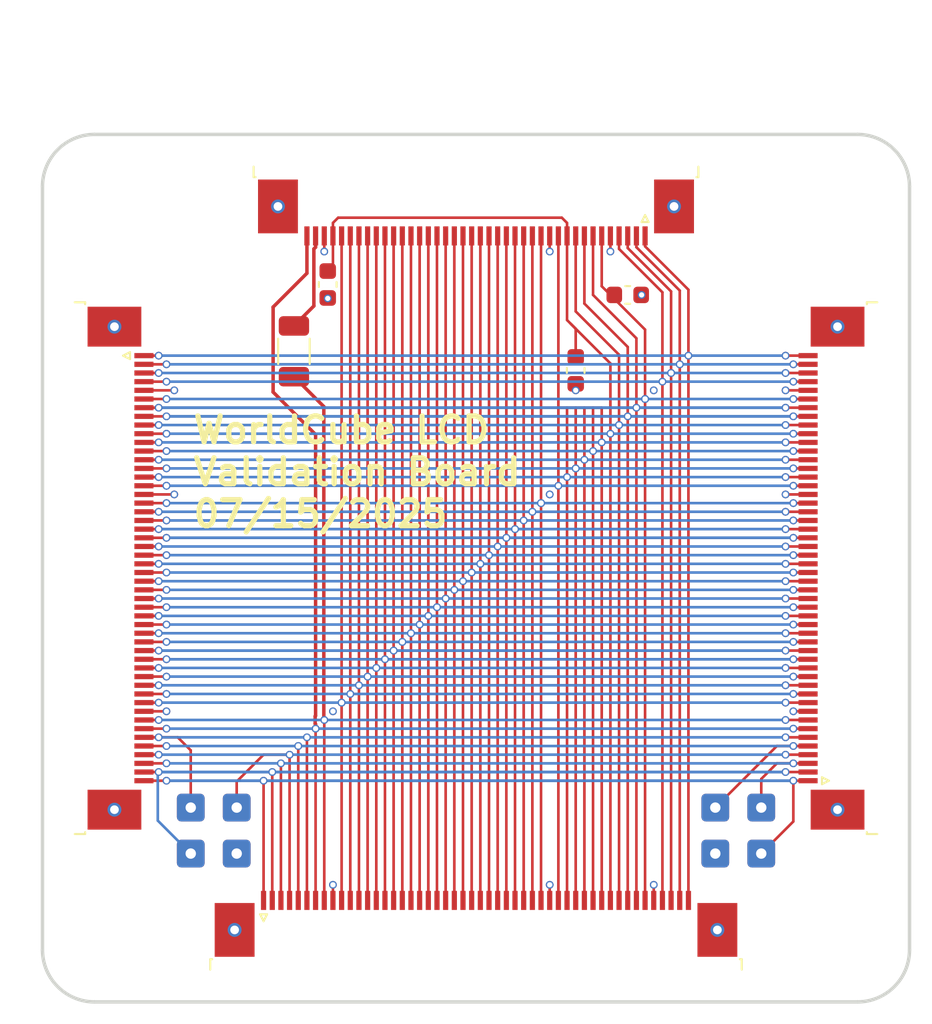
<source format=kicad_pcb>
(kicad_pcb (version 20241229) (generator "pcbnew") (generator_version "9.0")
  (layers (0 "F.Cu" signal) (4 "In1.Cu" signal) (6 "In2.Cu" signal) (2 "B.Cu" signal) (13 "F.Paste" user) (15 "B.Paste" user) (5 "F.SilkS" user "F.Silkscreen") (7 "B.SilkS" user "B.Silkscreen") (1 "F.Mask" user) (3 "B.Mask" user) (25 "Edge.Cuts" user))
  (net 0 "")
  (net 1 "LCD_D18")
  (net 2 "LCD_D14")
  (net 3 "Net-(J1-Pin_39)")
  (net 4 "GND")
  (net 5 "LCD_D19")
  (net 6 "LCD_D13")
  (net 7 "LCD_D1")
  (net 8 "LCD_VSYNC")
  (net 9 "LCD_~{RST}")
  (net 10 "LCD_VCC")
  (net 11 "LCD_D8")
  (net 12 "LCD_D3")
  (net 13 "LCD_BL_N")
  (net 14 "LCD_D11")
  (net 15 "LCD_DE")
  (net 16 "LCD_D7")
  (net 17 "LCD_IOVCC")
  (net 18 "LCD_D9")
  (net 19 "LCD_D6")
  (net 20 "LCD_D5")
  (net 21 "LCD_D20")
  (net 22 "LCD_D23")
  (net 23 "LCD_SDA")
  (net 24 "LCD_D21")
  (net 25 "LCD_D22")
  (net 26 "LCD_D2")
  (net 27 "LCD_D10")
  (net 28 "LCD_PCLK")
  (net 29 "LCD_HSYNC")
  (net 30 "LCD_D4")
  (net 31 "LCD_D12")
  (net 32 "LCD_~{CS}")
  (net 33 "LCD_D16")
  (net 34 "LCD_D17")
  (net 35 "LCD_D15")
  (net 36 "LCD_SCL")
  (net 37 "LCD_D0")
  (net 38 "Net-(J2-Pin_47)")
  (net 39 "Net-(J2-Pin_48)")
  (net 40 "Net-(J2-Pin_49)")
  (net 41 "Net-(J2-Pin_50)")
  (net 42 "Net-(J2-Pin_46)")
  (net 43 "LCD_BL_P")
  (net 44 "Net-(J10-Pin_1)")
  (footprint "Connector_FFC-FPC:TE_4-1734839-0_1x40-1MP_P0.5mm_Horizontal" (layer "F.Cu") (at 25 4.5 180)
    (property "Reference" "J1" (hide yes))
    (property "Value" "LCD")
  )
  (footprint "Capacitor_SMD:C_0603_1608Metric" (layer "F.Cu") (at 33.75 9.25)
    (property "Reference" "C3" (hide yes))
    (property "Value" "1uF" (hide yes))
  )
  (footprint "Capacitor_SMD:C_0603_1608Metric" (layer "F.Cu") (at 16.45 8.65 -90)
    (property "Reference" "C1" (hide yes))
    (property "Value" "1uF" (hide yes))
  )
  (footprint "Resistor_SMD:R_1206_3216Metric" (layer "F.Cu") (at 14.5 12.5 -90)
    (property "Reference" "R1" (hide yes))
    (property "Value" "100" (hide yes))
  )
  (footprint "Connector_Wire:SolderWire-0.1sqmm_1x01_D0.4mm_OD1mm" (layer "F.Cu") (at 41.45 38.8)
    (property "Reference" "J7" (hide yes))
    (property "Value" "Conn_01x01" (hide yes))
  )
  (footprint "MountingHole:MountingHole_3.2mm_M3" (layer "F.Cu") (at 46.65 3.35)
    (property "Reference" "H1" (hide yes))
    (property "Value" "MountingHole" (hide yes))
  )
  (footprint "Connector_Wire:SolderWire-0.1sqmm_1x01_D0.4mm_OD1mm" (layer "F.Cu") (at 38.8 41.45)
    (property "Reference" "J12" (hide yes))
    (property "Value" "Conn_01x01" (hide yes))
  )
  (footprint "Connector_FFC-FPC:TE_5-1734839-0_1x50-1MP_P0.5mm_Horizontal" (layer "F.Cu") (at 4.5 25 -90)
    (property "Reference" "J2" (hide yes))
    (property "Value" "FPC_50Pin")
  )
  (footprint "Connector_Wire:SolderWire-0.1sqmm_1x01_D0.4mm_OD1mm" (layer "F.Cu") (at 11.2 41.45)
    (property "Reference" "J11" (hide yes))
    (property "Value" "Conn_01x01" (hide yes))
  )
  (footprint "Connector_FFC-FPC:TE_5-1734839-0_1x50-1MP_P0.5mm_Horizontal" (layer "F.Cu") (at 45.5 25 90)
    (property "Reference" "J4" (hide yes))
    (property "Value" "FPC_50Pin")
  )
  (footprint "Connector_FFC-FPC:TE_5-1734839-0_1x50-1MP_P0.5mm_Horizontal" (layer "F.Cu") (at 25 45.5)
    (property "Reference" "J3" (hide yes))
    (property "Value" "FPC_50Pin")
  )
  (footprint "Capacitor_SMD:C_0603_1608Metric" (layer "F.Cu") (at 30.75 13.6 -90)
    (property "Reference" "C2" (hide yes))
    (property "Value" "1uF" (hide yes))
  )
  (footprint "MountingHole:MountingHole_3.2mm_M3" (layer "F.Cu") (at 46.65 46.65)
    (property "Reference" "H4" (hide yes))
    (property "Value" "MountingHole" (hide yes))
  )
  (footprint "Connector_Wire:SolderWire-0.1sqmm_1x01_D0.4mm_OD1mm" (layer "F.Cu") (at 41.45 41.45)
    (property "Reference" "J5" (hide yes))
    (property "Value" "Conn_01x01" (hide yes))
  )
  (footprint "Connector_Wire:SolderWire-0.1sqmm_1x01_D0.4mm_OD1mm" (layer "F.Cu") (at 8.55 38.8)
    (property "Reference" "J10" (hide yes))
    (property "Value" "Conn_01x01" (hide yes))
  )
  (footprint "MountingHole:MountingHole_3.2mm_M3" (layer "F.Cu") (at 3.35 46.65)
    (property "Reference" "H3" (hide yes))
    (property "Value" "MountingHole" (hide yes))
  )
  (footprint "Connector_Wire:SolderWire-0.1sqmm_1x01_D0.4mm_OD1mm" (layer "F.Cu") (at 8.55 41.45)
    (property "Reference" "J6" (hide yes))
    (property "Value" "Conn_01x01" (hide yes))
  )
  (footprint "MountingHole:MountingHole_3.2mm_M3" (layer "F.Cu") (at 3.35 3.35)
    (property "Reference" "H2" (hide yes))
    (property "Value" "MountingHole" (hide yes))
  )
  (footprint "Connector_Wire:SolderWire-0.1sqmm_1x01_D0.4mm_OD1mm" (layer "F.Cu") (at 38.8 38.8)
    (property "Reference" "J9" (hide yes))
    (property "Value" "Conn_01x01" (hide yes))
  )
  (footprint "Connector_Wire:SolderWire-0.1sqmm_1x01_D0.4mm_OD1mm" (layer "F.Cu") (at 11.2 38.8)
    (property "Reference" "J8" (hide yes))
    (property "Value" "Conn_01x01" (hide yes))
  )
  (gr_arc (start 0 3) (mid 0.87868 0.87868) (end 3 0) (stroke (width 0.2)) (layer "Edge.Cuts"))
  (gr_line (start 50 3) (end 50 47) (stroke (width 0.2)) (layer "Edge.Cuts"))
  (gr_arc (start 3 50) (mid 0.87868 49.12132) (end 0 47) (stroke (width 0.2)) (layer "Edge.Cuts"))
  (gr_line (start 0 47) (end 0 3) (stroke (width 0.2)) (layer "Edge.Cuts"))
  (gr_arc (start 50 47) (mid 49.12132 49.12132) (end 47 50) (stroke (width 0.2)) (layer "Edge.Cuts"))
  (gr_line (start 47 50) (end 3 50) (stroke (width 0.2)) (layer "Edge.Cuts"))
  (gr_arc (start 47 0) (mid 49.12132 0.87868) (end 50 3) (stroke (width 0.2)) (layer "Edge.Cuts"))
  (gr_line (start 3 0) (end 47 0) (stroke (width 0.2)) (layer "Edge.Cuts"))
  (gr_text "WorldCube LCD\nValidation Board\n07/15/2025" (at 8.55 22.75 0) (layer "F.SilkS") (effects (font (size 1.5 1.5) (thickness 0.3) (bold yes)) (justify left bottom)))
  (segment (start 44.15 23.75) (end 43.05 23.75) (width 0.15) (layer "F.Cu") (net 1))
  (segment (start 43.05 23.75) (end 42.85 23.75) (width 0.15) (layer "F.Cu") (net 1))
  (segment (start 5.85 23.75) (end 6.7 23.75) (width 0.15) (layer "F.Cu") (net 1))
  (segment (start 26.25 23.75) (end 26.25 5.85) (width 0.15) (layer "F.Cu") (net 1))
  (segment (start 26.25 23.75) (end 26.25 44.15) (width 0.15) (layer "F.Cu") (net 1))
  (via (at 6.7 23.75) (size 0.45) (drill 0.3) (layers "F.Cu" "B.Cu") (net 1))
  (via (at 26.25 23.75) (size 0.45) (drill 0.3) (layers "F.Cu" "B.Cu") (net 1))
  (via (at 42.85 23.75) (size 0.45) (drill 0.3) (layers "F.Cu" "B.Cu") (net 1))
  (segment (start 6.7 23.75) (end 42.85 23.75) (width 0.15) (layer "B.Cu") (net 1))
  (segment (start 24.25 25.75) (end 24.25 5.85) (width 0.15) (layer "F.Cu") (net 2))
  (segment (start 44.15 25.75) (end 43.05 25.75) (width 0.15) (layer "F.Cu") (net 2))
  (segment (start 24.25 25.75) (end 24.25 44.15) (width 0.15) (layer "F.Cu") (net 2))
  (segment (start 5.85 25.75) (end 6.7 25.75) (width 0.15) (layer "F.Cu") (net 2))
  (segment (start 43.05 25.75) (end 42.85 25.75) (width 0.15) (layer "F.Cu") (net 2))
  (via (at 42.85 25.75) (size 0.45) (drill 0.3) (layers "F.Cu" "B.Cu") (net 2))
  (via (at 24.25 25.75) (size 0.45) (drill 0.3) (layers "F.Cu" "B.Cu") (net 2))
  (via (at 6.7 25.75) (size 0.45) (drill 0.3) (layers "F.Cu" "B.Cu") (net 2))
  (segment (start 6.7 25.75) (end 42.85 25.75) (width 0.15) (layer "B.Cu") (net 2))
  (segment (start 15.75 5.85) (end 15.75 6.5) (width 0.2) (layer "F.Cu") (net 3))
  (segment (start 15.75 6.5) (end 15.65 6.6) (width 0.2) (layer "F.Cu") (net 3))
  (segment (start 15.65 9.8875) (end 14.5 11.0375) (width 0.2) (layer "F.Cu") (net 3))
  (segment (start 15.65 6.6) (end 15.65 9.8875) (width 0.2) (layer "F.Cu") (net 3))
  (segment (start 43.05 20.75) (end 42.85 20.75) (width 0.15) (layer "F.Cu") (net 4))
  (segment (start 44.15 33.25) (end 43.3 33.25) (width 0.15) (layer "F.Cu") (net 4))
  (segment (start 35.25 44.15) (end 35.3 44.1) (width 0.15) (layer "F.Cu") (net 4))
  (segment (start 29.25 44.15) (end 29.25 43.25) (width 0.15) (layer "F.Cu") (net 4))
  (segment (start 44.15 20.75) (end 43.05 20.75) (width 0.15) (layer "F.Cu") (net 4))
  (segment (start 29.25 5.85) (end 29.25 6.75) (width 0.15) (layer "F.Cu") (net 4))
  (segment (start 6.95 33.25) (end 7.15 33.25) (width 0.15) (layer "F.Cu") (net 4))
  (segment (start 5.85 33.25) (end 6.95 33.25) (width 0.15) (layer "F.Cu") (net 4))
  (segment (start 35.25 44.15) (end 35.25 43.25) (width 0.15) (layer "F.Cu") (net 4))
  (segment (start 16.75 44.15) (end 16.75 43.25) (width 0.15) (layer "F.Cu") (net 4))
  (segment (start 7.6 20.75) (end 5.85 20.75) (width 0.15) (layer "F.Cu") (net 4))
  (segment (start 44.15 14.75) (end 43.05 14.75) (width 0.15) (layer "F.Cu") (net 4))
  (segment (start 32.75 5.85) (end 32.75 6.75) (width 0.15) (layer "F.Cu") (net 4))
  (segment (start 43.05 14.75) (end 42.85 14.75) (width 0.15) (layer "F.Cu") (net 4))
  (segment (start 7.6 14.75) (end 5.85 14.75) (width 0.15) (layer "F.Cu") (net 4))
  (segment (start 16.25 5.85) (end 16.25 6.75) (width 0.15) (layer "F.Cu") (net 4))
  (via (at 38.92 45.85) (size 0.8) (drill 0.5) (layers "F.Cu" "B.Cu") (net 4))
  (via (at 42.85 20.75) (size 0.45) (drill 0.3) (layers "F.Cu" "B.Cu") (net 4))
  (via (at 45.85 38.92) (size 0.8) (drill 0.5) (layers "F.Cu" "B.Cu") (net 4))
  (via (at 4.15 38.92) (size 0.8) (drill 0.5) (layers "F.Cu" "B.Cu") (net 4))
  (via (at 13.58 4.15) (size 0.8) (drill 0.5) (layers "F.Cu" "B.Cu") (net 4))
  (via (at 42.85 14.75) (size 0.45) (drill 0.3) (layers "F.Cu" "B.Cu") (net 4))
  (via (at 29.25 6.75) (size 0.45) (drill 0.3) (layers "F.Cu" "B.Cu") (net 4))
  (via (at 29.25 20.75) (size 0.45) (drill 0.3) (layers "F.Cu" "B.Cu") (net 4))
  (via (at 7.6 20.75) (size 0.45) (drill 0.3) (layers "F.Cu" "B.Cu") (net 4))
  (via (at 34.55 9.25) (size 0.45) (drill 0.3) (layers "F.Cu" "B.Cu") (net 4))
  (via (at 43.3 33.25) (size 0.45) (drill 0.3) (layers "F.Cu" "B.Cu") (net 4))
  (via (at 30.75 14.75) (size 0.45) (drill 0.3) (layers "F.Cu" "B.Cu") (net 4))
  (via (at 45.85 11.08) (size 0.8) (drill 0.5) (layers "F.Cu" "B.Cu") (net 4))
  (via (at 16.75 33.25) (size 0.45) (drill 0.3) (layers "F.Cu" "B.Cu") (net 4))
  (via (at 16.75 43.25) (size 0.45) (drill 0.3) (layers "F.Cu" "B.Cu") (net 4))
  (via (at 35.25 43.25) (size 0.45) (drill 0.3) (layers "F.Cu" "B.Cu") (net 4))
  (via (at 7.15 33.25) (size 0.45) (drill 0.3) (layers "F.Cu" "B.Cu") (net 4))
  (via (at 36.42 4.15) (size 0.8) (drill 0.5) (layers "F.Cu" "B.Cu") (net 4))
  (via (at 16.45 9.45) (size 0.45) (drill 0.3) (layers "F.Cu" "B.Cu") (net 4))
  (via (at 4.15 11.08) (size 0.8) (drill 0.5) (layers "F.Cu" "B.Cu") (net 4))
  (via (at 16.25 6.75) (size 0.45) (drill 0.3) (layers "F.Cu" "B.Cu") (net 4))
  (via (at 11.08 45.85) (size 0.8) (drill 0.5) (layers "F.Cu" "B.Cu") (net 4))
  (via (at 35.25 14.75) (size 0.45) (drill 0.3) (layers "F.Cu" "B.Cu") (net 4))
  (via (at 7.6 14.75) (size 0.45) (drill 0.3) (layers "F.Cu" "B.Cu") (net 4))
  (via (at 32.75 6.75) (size 0.45) (drill 0.3) (layers "F.Cu" "B.Cu") (net 4))
  (via (at 29.25 43.25) (size 0.45) (drill 0.3) (layers "F.Cu" "B.Cu") (net 4))
  (segment (start 44.15 23.25) (end 43.3 23.25) (width 0.15) (layer "F.Cu") (net 5))
  (segment (start 26.75 23.25) (end 26.75 44.15) (width 0.15) (layer "F.Cu") (net 5))
  (segment (start 26.75 23.25) (end 26.75 5.85) (width 0.15) (layer "F.Cu") (net 5))
  (segment (start 6.95 23.25) (end 7.15 23.25) (width 0.15) (layer "F.Cu") (net 5))
  (segment (start 5.85 23.25) (end 6.95 23.25) (width 0.15) (layer "F.Cu") (net 5))
  (via (at 43.3 23.25) (size 0.45) (drill 0.3) (layers "F.Cu" "B.Cu") (net 5))
  (via (at 7.15 23.25) (size 0.45) (drill 0.3) (layers "F.Cu" "B.Cu") (net 5))
  (via (at 26.75 23.25) (size 0.45) (drill 0.3) (layers "F.Cu" "B.Cu") (net 5))
  (via (at 26.75 23.25) (size 0.45) (drill 0.3) (layers "F.Cu" "B.Cu") (net 5))
  (segment (start 43.3 23.25) (end 7.15 23.25) (width 0.15) (layer "B.Cu") (net 5))
  (segment (start 43.3 23.25) (end 7.15 23.25) (width 0.15) (layer "B.Cu") (net 5))
  (segment (start 5.85 26.25) (end 6.95 26.25) (width 0.15) (layer "F.Cu") (net 6))
  (segment (start 6.95 26.25) (end 7.15 26.25) (width 0.15) (layer "F.Cu") (net 6))
  (segment (start 44.15 26.25) (end 43.3 26.25) (width 0.15) (layer "F.Cu") (net 6))
  (segment (start 23.75 26.25) (end 23.75 44.15) (width 0.15) (layer "F.Cu") (net 6))
  (segment (start 23.75 26.25) (end 23.75 5.85) (width 0.15) (layer "F.Cu") (net 6))
  (via (at 7.15 26.25) (size 0.45) (drill 0.3) (layers "F.Cu" "B.Cu") (net 6))
  (via (at 43.3 26.25) (size 0.45) (drill 0.3) (layers "F.Cu" "B.Cu") (net 6))
  (via (at 23.75 26.25) (size 0.45) (drill 0.3) (layers "F.Cu" "B.Cu") (net 6))
  (segment (start 43.3 26.25) (end 7.15 26.25) (width 0.15) (layer "B.Cu") (net 6))
  (segment (start 17.75 32.25) (end 17.75 5.85) (width 0.15) (layer "F.Cu") (net 7))
  (segment (start 6.95 32.25) (end 7.15 32.25) (width 0.15) (layer "F.Cu") (net 7))
  (segment (start 44.15 32.25) (end 43.3 32.25) (width 0.15) (layer "F.Cu") (net 7))
  (segment (start 5.85 32.25) (end 6.95 32.25) (width 0.15) (layer "F.Cu") (net 7))
  (segment (start 17.75 32.25) (end 17.75 44.15) (width 0.15) (layer "F.Cu") (net 7))
  (via (at 7.15 32.25) (size 0.45) (drill 0.3) (layers "F.Cu" "B.Cu") (net 7))
  (via (at 43.3 32.25) (size 0.45) (drill 0.3) (layers "F.Cu" "B.Cu") (net 7))
  (via (at 17.75 32.25) (size 0.45) (drill 0.3) (layers "F.Cu" "B.Cu") (net 7))
  (segment (start 43.3 32.25) (end 7.15 32.25) (width 0.15) (layer "B.Cu") (net 7))
  (segment (start 6.95 16.25) (end 7.15 16.25) (width 0.15) (layer "F.Cu") (net 8))
  (segment (start 33.75 44.15) (end 33.75 16.25) (width 0.15) (layer "F.Cu") (net 8))
  (segment (start 31.25 9.749998) (end 31.25 5.85) (width 0.15) (layer "F.Cu") (net 8))
  (segment (start 44.15 16.25) (end 43.3 16.25) (width 0.15) (layer "F.Cu") (net 8))
  (segment (start 33.75 16.25) (end 33.75 12.249998) (width 0.15) (layer "F.Cu") (net 8))
  (segment (start 33.75 12.249998) (end 31.25 9.749998) (width 0.15) (layer "F.Cu") (net 8))
  (segment (start 5.85 16.25) (end 6.95 16.25) (width 0.15) (layer "F.Cu") (net 8))
  (via (at 33.75 16.25) (size 0.45) (drill 0.3) (layers "F.Cu" "B.Cu") (net 8))
  (via (at 7.15 16.25) (size 0.45) (drill 0.3) (layers "F.Cu" "B.Cu") (net 8))
  (via (at 43.3 16.25) (size 0.45) (drill 0.3) (layers "F.Cu" "B.Cu") (net 8))
  (segment (start 43.3 16.25) (end 7.15 16.25) (width 0.15) (layer "B.Cu") (net 8))
  (segment (start 43.3 16.25) (end 7.15 16.25) (width 0.15) (layer "B.Cu") (net 8))
  (segment (start 44.15 14.25) (end 43.3 14.25) (width 0.15) (layer "F.Cu") (net 9))
  (segment (start 6.95 14.25) (end 7.15 14.25) (width 0.15) (layer "F.Cu") (net 9))
  (segment (start 35.75 9.1) (end 35.75 14.25) (width 0.15) (layer "F.Cu") (net 9))
  (segment (start 33.25 5.85) (end 33.25 6.6) (width 0.15) (layer "F.Cu") (net 9))
  (segment (start 35.75 44.15) (end 35.75 14.25) (width 0.15) (layer "F.Cu") (net 9))
  (segment (start 33.25 6.6) (end 35.75 9.1) (width 0.15) (layer "F.Cu") (net 9))
  (segment (start 5.85 14.25) (end 6.95 14.25) (width 0.15) (layer "F.Cu") (net 9))
  (via (at 7.15 14.25) (size 0.45) (drill 0.3) (layers "F.Cu" "B.Cu") (net 9))
  (via (at 35.75 14.25) (size 0.45) (drill 0.3) (layers "F.Cu" "B.Cu") (net 9))
  (via (at 43.3 14.25) (size 0.45) (drill 0.3) (layers "F.Cu" "B.Cu") (net 9))
  (segment (start 43.3 14.25) (end 7.15 14.25) (width 0.15) (layer "B.Cu") (net 9))
  (segment (start 5.85 15.25) (end 6.95 15.25) (width 0.15) (layer "F.Cu") (net 10))
  (segment (start 44.15 15.25) (end 43.3 15.25) (width 0.15) (layer "F.Cu") (net 10))
  (segment (start 6.95 15.25) (end 7.15 15.25) (width 0.15) (layer "F.Cu") (net 10))
  (segment (start 34.75 44.15) (end 34.75 15.25) (width 0.15) (layer "F.Cu") (net 10))
  (segment (start 34.75 11.25) (end 34.75 15.25) (width 0.15) (layer "F.Cu") (net 10))
  (segment (start 32.25 5.85) (end 32.25 8.75) (width 0.15) (layer "F.Cu") (net 10))
  (segment (start 32.25 8.75) (end 34.75 11.25) (width 0.15) (layer "F.Cu") (net 10))
  (via (at 34.75 15.25) (size 0.45) (drill 0.3) (layers "F.Cu" "B.Cu") (net 10))
  (via (at 34.75 15.25) (size 0.45) (drill 0.3) (layers "F.Cu" "B.Cu") (net 10))
  (via (at 43.3 15.25) (size 0.45) (drill 0.3) (layers "F.Cu" "B.Cu") (net 10))
  (via (at 34.75 15.25) (size 0.45) (drill 0.3) (layers "F.Cu" "B.Cu") (net 10))
  (via (at 7.15 15.25) (size 0.45) (drill 0.3) (layers "F.Cu" "B.Cu") (net 10))
  (segment (start 43.3 15.25) (end 7.15 15.25) (width 0.15) (layer "B.Cu") (net 10))
  (segment (start 43.05 28.75) (end 42.85 28.75) (width 0.15) (layer "F.Cu") (net 11))
  (segment (start 21.25 28.75) (end 21.25 5.85) (width 0.15) (layer "F.Cu") (net 11))
  (segment (start 21.25 28.75) (end 21.25 44.15) (width 0.15) (layer "F.Cu") (net 11))
  (segment (start 44.15 28.75) (end 43.05 28.75) (width 0.15) (layer "F.Cu") (net 11))
  (segment (start 5.85 28.75) (end 6.7 28.75) (width 0.15) (layer "F.Cu") (net 11))
  (via (at 6.7 28.75) (size 0.45) (drill 0.3) (layers "F.Cu" "B.Cu") (net 11))
  (via (at 21.25 28.75) (size 0.45) (drill 0.3) (layers "F.Cu" "B.Cu") (net 11))
  (via (at 42.85 28.75) (size 0.45) (drill 0.3) (layers "F.Cu" "B.Cu") (net 11))
  (via (at 21.25 28.75) (size 0.45) (drill 0.3) (layers "F.Cu" "B.Cu") (net 11))
  (segment (start 6.7 28.75) (end 42.85 28.75) (width 0.15) (layer "B.Cu") (net 11))
  (segment (start 18.75 31.25) (end 18.75 44.15) (width 0.15) (layer "F.Cu") (net 12))
  (segment (start 18.75 5.85) (end 18.75 31.25) (width 0.15) (layer "F.Cu") (net 12))
  (segment (start 5.85 31.25) (end 6.95 31.25) (width 0.15) (layer "F.Cu") (net 12))
  (segment (start 44.15 31.25) (end 43.3 31.25) (width 0.15) (layer "F.Cu") (net 12))
  (segment (start 6.95 31.25) (end 7.15 31.25) (width 0.15) (layer "F.Cu") (net 12))
  (via (at 18.75 31.25) (size 0.45) (drill 0.3) (layers "F.Cu" "B.Cu") (net 12))
  (via (at 43.3 31.25) (size 0.45) (drill 0.3) (layers "F.Cu" "B.Cu") (net 12))
  (via (at 7.15 31.25) (size 0.45) (drill 0.3) (layers "F.Cu" "B.Cu") (net 12))
  (via (at 18.75 31.25) (size 0.45) (drill 0.3) (layers "F.Cu" "B.Cu") (net 12))
  (segment (start 43.3 31.25) (end 7.15 31.25) (width 0.15) (layer "B.Cu") (net 12))
  (segment (start 13.3 9.95) (end 13.3 14.85) (width 0.2) (layer "F.Cu") (net 13))
  (segment (start 15.75 17.3) (end 15.75 33.506123) (width 0.2) (layer "F.Cu") (net 13))
  (segment (start 15.724 33.532123) (end 15.724 33.967877) (width 0.2) (layer "F.Cu") (net 13))
  (segment (start 6.95 34.25) (end 7.15 34.25) (width 0.15) (layer "F.Cu") (net 13))
  (segment (start 15.75 34.25) (end 15.75 44.15) (width 0.15) (layer "F.Cu") (net 13))
  (segment (start 13.3 14.85) (end 15.75 17.3) (width 0.2) (layer "F.Cu") (net 13))
  (segment (start 15.724 33.967877) (end 15.75 33.993877) (width 0.2) (layer "F.Cu") (net 13))
  (segment (start 15.75 33.993877) (end 15.75 34.25) (width 0.2) (layer "F.Cu") (net 13))
  (segment (start 15.75 33.506123) (end 15.724 33.532123) (width 0.2) (layer "F.Cu") (net 13))
  (segment (start 15.25 8) (end 13.3 9.95) (width 0.2) (layer "F.Cu") (net 13))
  (segment (start 5.85 34.25) (end 6.95 34.25) (width 0.15) (layer "F.Cu") (net 13))
  (segment (start 15.25 5.85) (end 15.25 8) (width 0.2) (layer "F.Cu") (net 13))
  (segment (start 44.15 34.25) (end 43.3 34.25) (width 0.15) (layer "F.Cu") (net 13))
  (via (at 7.15 34.25) (size 0.45) (drill 0.3) (layers "F.Cu" "B.Cu") (net 13))
  (via (at 43.3 34.25) (size 0.45) (drill 0.3) (layers "F.Cu" "B.Cu") (net 13))
  (via (at 15.75 34.25) (size 0.45) (drill 0.3) (layers "F.Cu" "B.Cu") (net 13))
  (segment (start 43.3 34.25) (end 7.15 34.25) (width 0.15) (layer "B.Cu") (net 13))
  (segment (start 44.15 27.25) (end 43.3 27.25) (width 0.15) (layer "F.Cu") (net 14))
  (segment (start 22.75 27.25) (end 22.75 44.15) (width 0.15) (layer "F.Cu") (net 14))
  (segment (start 6.95 27.25) (end 7.15 27.25) (width 0.15) (layer "F.Cu") (net 14))
  (segment (start 22.75 27.25) (end 22.75 5.85) (width 0.15) (layer "F.Cu") (net 14))
  (segment (start 5.85 27.25) (end 6.95 27.25) (width 0.15) (layer "F.Cu") (net 14))
  (via (at 22.75 27.25) (size 0.45) (drill 0.3) (layers "F.Cu" "B.Cu") (net 14))
  (via (at 22.75 27.25) (size 0.45) (drill 0.3) (layers "F.Cu" "B.Cu") (net 14))
  (via (at 43.3 27.25) (size 0.45) (drill 0.3) (layers "F.Cu" "B.Cu") (net 14))
  (via (at 7.15 27.25) (size 0.45) (drill 0.3) (layers "F.Cu" "B.Cu") (net 14))
  (segment (start 43.3 27.25) (end 7.15 27.25) (width 0.15) (layer "B.Cu") (net 14))
  (segment (start 44.15 15.75) (end 43.05 15.75) (width 0.15) (layer "F.Cu") (net 15))
  (segment (start 31.75 5.85) (end 31.75 9.25) (width 0.15) (layer "F.Cu") (net 15))
  (segment (start 5.85 15.75) (end 6.7 15.75) (width 0.15) (layer "F.Cu") (net 15))
  (segment (start 31.75 9.25) (end 34.25 11.75) (width 0.15) (layer "F.Cu") (net 15))
  (segment (start 34.25 15.75) (end 34.25 44.15) (width 0.15) (layer "F.Cu") (net 15))
  (segment (start 43.05 15.75) (end 42.85 15.75) (width 0.15) (layer "F.Cu") (net 15))
  (segment (start 34.25 11.75) (end 34.25 15.75) (width 0.15) (layer "F.Cu") (net 15))
  (via (at 6.7 15.75) (size 0.45) (drill 0.3) (layers "F.Cu" "B.Cu") (net 15))
  (via (at 42.85 15.75) (size 0.45) (drill 0.3) (layers "F.Cu" "B.Cu") (net 15))
  (via (at 34.25 15.75) (size 0.45) (drill 0.3) (layers "F.Cu" "B.Cu") (net 15))
  (segment (start 6.7 15.75) (end 42.85 15.75) (width 0.15) (layer "B.Cu") (net 15))
  (segment (start 6.7 15.75) (end 42.85 15.75) (width 0.15) (layer "B.Cu") (net 15))
  (segment (start 5.85 29.25) (end 6.95 29.25) (width 0.15) (layer "F.Cu") (net 16))
  (segment (start 20.75 29.25) (end 20.75 5.85) (width 0.15) (layer "F.Cu") (net 16))
  (segment (start 20.75 29.25) (end 20.75 44.15) (width 0.15) (layer "F.Cu") (net 16))
  (segment (start 44.15 29.25) (end 43.3 29.25) (width 0.15) (layer "F.Cu") (net 16))
  (segment (start 6.95 29.25) (end 7.15 29.25) (width 0.15) (layer "F.Cu") (net 16))
  (via (at 7.15 29.25) (size 0.45) (drill 0.3) (layers "F.Cu" "B.Cu") (net 16))
  (via (at 20.75 29.25) (size 0.45) (drill 0.3) (layers "F.Cu" "B.Cu") (net 16))
  (via (at 43.3 29.25) (size 0.45) (drill 0.3) (layers "F.Cu" "B.Cu") (net 16))
  (via (at 20.75 29.25) (size 0.45) (drill 0.3) (layers "F.Cu" "B.Cu") (net 16))
  (segment (start 43.3 29.25) (end 7.15 29.25) (width 0.15) (layer "B.Cu") (net 16))
  (segment (start 16.75 5.098) (end 17.048 4.8) (width 0.15) (layer "F.Cu") (net 17))
  (segment (start 32.75 44.15) (end 32.75 17.25) (width 0.15) (layer "F.Cu") (net 17))
  (segment (start 30.475 10.925) (end 30.25 10.7) (width 0.15) (layer "F.Cu") (net 17))
  (segment (start 16.75 7.575) (end 16.45 7.875) (width 0.15) (layer "F.Cu") (net 17))
  (segment (start 16.75 5.85) (end 16.75 7.575) (width 0.15) (layer "F.Cu") (net 17))
  (segment (start 32.75 13.2) (end 30.475 10.925) (width 0.15) (layer "F.Cu") (net 17))
  (segment (start 5.85 17.25) (end 6.95 17.25) (width 0.15) (layer "F.Cu") (net 17))
  (segment (start 16.75 5.85) (end 16.75 5.098) (width 0.15) (layer "F.Cu") (net 17))
  (segment (start 44.15 17.25) (end 43.3 17.25) (width 0.15) (layer "F.Cu") (net 17))
  (segment (start 30.75 11.2) (end 30.475 10.925) (width 0.15) (layer "F.Cu") (net 17))
  (segment (start 30.25 10.7) (end 30.25 5.85) (width 0.15) (layer "F.Cu") (net 17))
  (segment (start 30.75 12.825) (end 30.75 11.2) (width 0.15) (layer "F.Cu") (net 17))
  (segment (start 6.95 17.25) (end 7.15 17.25) (width 0.15) (layer "F.Cu") (net 17))
  (segment (start 29.95 4.8) (end 30.25 5.1) (width 0.15) (layer "F.Cu") (net 17))
  (segment (start 17.048 4.8) (end 29.95 4.8) (width 0.15) (layer "F.Cu") (net 17))
  (segment (start 32.75 17.25) (end 32.75 13.2) (width 0.15) (layer "F.Cu") (net 17))
  (segment (start 30.25 5.1) (end 30.25 5.85) (width 0.15) (layer "F.Cu") (net 17))
  (via (at 32.75 17.25) (size 0.45) (drill 0.3) (layers "F.Cu" "B.Cu") (net 17))
  (via (at 7.15 17.25) (size 0.45) (drill 0.3) (layers "F.Cu" "B.Cu") (net 17))
  (via (at 43.3 17.25) (size 0.45) (drill 0.3) (layers "F.Cu" "B.Cu") (net 17))
  (segment (start 43.3 17.25) (end 7.15 17.25) (width 0.15) (layer "B.Cu") (net 17))
  (segment (start 21.75 28.25) (end 21.75 5.85) (width 0.15) (layer "F.Cu") (net 18))
  (segment (start 5.85 28.25) (end 6.95 28.25) (width 0.15) (layer "F.Cu") (net 18))
  (segment (start 44.15 28.25) (end 43.3 28.25) (width 0.15) (layer "F.Cu") (net 18))
  (segment (start 6.95 28.25) (end 7.15 28.25) (width 0.15) (layer "F.Cu") (net 18))
  (segment (start 21.75 28.25) (end 21.75 44.15) (width 0.15) (layer "F.Cu") (net 18))
  (via (at 7.15 28.25) (size 0.45) (drill 0.3) (layers "F.Cu" "B.Cu") (net 18))
  (via (at 43.3 28.25) (size 0.45) (drill 0.3) (layers "F.Cu" "B.Cu") (net 18))
  (via (at 21.75 28.25) (size 0.45) (drill 0.3) (layers "F.Cu" "B.Cu") (net 18))
  (segment (start 43.3 28.25) (end 7.15 28.25) (width 0.15) (layer "B.Cu") (net 18))
  (segment (start 20.25 29.75) (end 20.25 5.85) (width 0.15) (layer "F.Cu") (net 19))
  (segment (start 44.15 29.75) (end 43.05 29.75) (width 0.15) (layer "F.Cu") (net 19))
  (segment (start 20.25 29.75) (end 20.25 44.15) (width 0.15) (layer "F.Cu") (net 19))
  (segment (start 5.85 29.75) (end 6.7 29.75) (width 0.15) (layer "F.Cu") (net 19))
  (segment (start 43.05 29.75) (end 42.85 29.75) (width 0.15) (layer "F.Cu") (net 19))
  (via (at 20.25 29.75) (size 0.45) (drill 0.3) (layers "F.Cu" "B.Cu") (net 19))
  (via (at 20.25 29.75) (size 0.45) (drill 0.3) (layers "F.Cu" "B.Cu") (net 19))
  (via (at 42.85 29.75) (size 0.45) (drill 0.3) (layers "F.Cu" "B.Cu") (net 19))
  (via (at 6.7 29.75) (size 0.45) (drill 0.3) (layers "F.Cu" "B.Cu") (net 19))
  (segment (start 6.7 29.75) (end 42.85 29.75) (width 0.15) (layer "B.Cu") (net 19))
  (segment (start 6.7 29.75) (end 42.85 29.75) (width 0.15) (layer "B.Cu") (net 19))
  (segment (start 44.15 30.25) (end 43.3 30.25) (width 0.15) (layer "F.Cu") (net 20))
  (segment (start 19.75 30.25) (end 19.75 5.85) (width 0.15) (layer "F.Cu") (net 20))
  (segment (start 6.95 30.25) (end 7.15 30.25) (width 0.15) (layer "F.Cu") (net 20))
  (segment (start 5.85 30.25) (end 6.95 30.25) (width 0.15) (layer "F.Cu") (net 20))
  (segment (start 19.75 30.25) (end 19.75 44.15) (width 0.15) (layer "F.Cu") (net 20))
  (via (at 7.15 30.25) (size 0.45) (drill 0.3) (layers "F.Cu" "B.Cu") (net 20))
  (via (at 43.3 30.25) (size 0.45) (drill 0.3) (layers "F.Cu" "B.Cu") (net 20))
  (via (at 19.75 30.25) (size 0.45) (drill 0.3) (layers "F.Cu" "B.Cu") (net 20))
  (segment (start 43.3 30.25) (end 7.15 30.25) (width 0.15) (layer "B.Cu") (net 20))
  (segment (start 43.3 30.25) (end 7.15 30.25) (width 0.15) (layer "B.Cu") (net 20))
  (segment (start 43.05 22.75) (end 42.85 22.75) (width 0.15) (layer "F.Cu") (net 21))
  (segment (start 5.85 22.75) (end 6.7 22.75) (width 0.15) (layer "F.Cu") (net 21))
  (segment (start 27.25 22.75) (end 27.25 5.85) (width 0.15) (layer "F.Cu") (net 21))
  (segment (start 27.25 22.75) (end 27.25 44.15) (width 0.15) (layer "F.Cu") (net 21))
  (segment (start 44.15 22.75) (end 43.05 22.75) (width 0.15) (layer "F.Cu") (net 21))
  (via (at 27.25 22.75) (size 0.45) (drill 0.3) (layers "F.Cu" "B.Cu") (net 21))
  (via (at 42.85 22.75) (size 0.45) (drill 0.3) (layers "F.Cu" "B.Cu") (net 21))
  (via (at 6.7 22.75) (size 0.45) (drill 0.3) (layers "F.Cu" "B.Cu") (net 21))
  (via (at 27.25 22.75) (size 0.45) (drill 0.3) (layers "F.Cu" "B.Cu") (net 21))
  (segment (start 6.7 22.75) (end 42.85 22.75) (width 0.15) (layer "B.Cu") (net 21))
  (segment (start 6.7 22.75) (end 42.85 22.75) (width 0.15) (layer "B.Cu") (net 21))
  (segment (start 28.75 21.25) (end 28.75 44.15) (width 0.15) (layer "F.Cu") (net 22))
  (segment (start 44.15 21.25) (end 43.3 21.25) (width 0.15) (layer "F.Cu") (net 22))
  (segment (start 5.85 21.25) (end 6.95 21.25) (width 0.15) (layer "F.Cu") (net 22))
  (segment (start 6.95 21.25) (end 7.15 21.25) (width 0.15) (layer "F.Cu") (net 22))
  (segment (start 28.75 21.25) (end 28.75 5.85) (width 0.15) (layer "F.Cu") (net 22))
  (via (at 43.3 21.25) (size 0.45) (drill 0.3) (layers "F.Cu" "B.Cu") (net 22))
  (via (at 28.75 21.25) (size 0.45) (drill 0.3) (layers "F.Cu" "B.Cu") (net 22))
  (via (at 7.15 21.25) (size 0.45) (drill 0.3) (layers "F.Cu" "B.Cu") (net 22))
  (via (at 28.75 21.25) (size 0.45) (drill 0.3) (layers "F.Cu" "B.Cu") (net 22))
  (via (at 28.75 21.25) (size 0.45) (drill 0.3) (layers "F.Cu" "B.Cu") (net 22))
  (segment (start 43.3 21.25) (end 7.15 21.25) (width 0.15) (layer "B.Cu") (net 22))
  (segment (start 37.25 44.15) (end 37.25 12.75) (width 0.15) (layer "F.Cu") (net 23))
  (segment (start 37.25 12.75) (end 37.25 8.95) (width 0.15) (layer "F.Cu") (net 23))
  (segment (start 34.75 6.45) (end 34.75 5.85) (width 0.15) (layer "F.Cu") (net 23))
  (segment (start 5.85 12.75) (end 6.7 12.75) (width 0.15) (layer "F.Cu") (net 23))
  (segment (start 37.25 8.95) (end 34.75 6.45) (width 0.15) (layer "F.Cu") (net 23))
  (segment (start 44.15 12.75) (end 43.05 12.75) (width 0.15) (layer "F.Cu") (net 23))
  (segment (start 43.05 12.75) (end 42.85 12.75) (width 0.15) (layer "F.Cu") (net 23))
  (via (at 37.25 12.75) (size 0.45) (drill 0.3) (layers "F.Cu" "B.Cu") (net 23))
  (via (at 6.7 12.75) (size 0.45) (drill 0.3) (layers "F.Cu" "B.Cu") (net 23))
  (via (at 42.85 12.75) (size 0.45) (drill 0.3) (layers "F.Cu" "B.Cu") (net 23))
  (segment (start 6.7 12.75) (end 42.85 12.75) (width 0.15) (layer "B.Cu") (net 23))
  (segment (start 5.85 22.25) (end 6.95 22.25) (width 0.15) (layer "F.Cu") (net 24))
  (segment (start 44.15 22.25) (end 43.3 22.25) (width 0.15) (layer "F.Cu") (net 24))
  (segment (start 6.95 22.25) (end 7.15 22.25) (width 0.15) (layer "F.Cu") (net 24))
  (segment (start 27.75 22.25) (end 27.75 44.15) (width 0.15) (layer "F.Cu") (net 24))
  (segment (start 27.75 22.25) (end 27.75 5.85) (width 0.15) (layer "F.Cu") (net 24))
  (via (at 43.3 22.25) (size 0.45) (drill 0.3) (layers "F.Cu" "B.Cu") (net 24))
  (via (at 7.15 22.25) (size 0.45) (drill 0.3) (layers "F.Cu" "B.Cu") (net 24))
  (via (at 27.75 22.25) (size 0.45) (drill 0.3) (layers "F.Cu" "B.Cu") (net 24))
  (segment (start 43.3 22.25) (end 7.15 22.25) (width 0.15) (layer "B.Cu") (net 24))
  (segment (start 43.05 21.75) (end 42.85 21.75) (width 0.15) (layer "F.Cu") (net 25))
  (segment (start 28.25 21.75) (end 28.25 5.85) (width 0.15) (layer "F.Cu") (net 25))
  (segment (start 5.85 21.75) (end 6.7 21.75) (width 0.15) (layer "F.Cu") (net 25))
  (segment (start 28.25 21.75) (end 28.25 44.15) (width 0.15) (layer "F.Cu") (net 25))
  (segment (start 44.15 21.75) (end 43.05 21.75) (width 0.15) (layer "F.Cu") (net 25))
  (via (at 6.7 21.75) (size 0.45) (drill 0.3) (layers "F.Cu" "B.Cu") (net 25))
  (via (at 28.25 21.75) (size 0.45) (drill 0.3) (layers "F.Cu" "B.Cu") (net 25))
  (via (at 28.25 21.75) (size 0.45) (drill 0.3) (layers "F.Cu" "B.Cu") (net 25))
  (via (at 42.85 21.75) (size 0.45) (drill 0.3) (layers "F.Cu" "B.Cu") (net 25))
  (segment (start 6.7 21.75) (end 42.85 21.75) (width 0.15) (layer "B.Cu") (net 25))
  (segment (start 18.25 5.85) (end 18.25 31.75) (width 0.15) (layer "F.Cu") (net 26))
  (segment (start 43.05 31.75) (end 42.85 31.75) (width 0.15) (layer "F.Cu") (net 26))
  (segment (start 5.85 31.75) (end 6.7 31.75) (width 0.15) (layer "F.Cu") (net 26))
  (segment (start 44.15 31.75) (end 43.05 31.75) (width 0.15) (layer "F.Cu") (net 26))
  (segment (start 18.25 31.75) (end 18.25 44.15) (width 0.15) (layer "F.Cu") (net 26))
  (via (at 18.25 31.75) (size 0.45) (drill 0.3) (layers "F.Cu" "B.Cu") (net 26))
  (via (at 6.7 31.75) (size 0.45) (drill 0.3) (layers "F.Cu" "B.Cu") (net 26))
  (via (at 42.85 31.75) (size 0.45) (drill 0.3) (layers "F.Cu" "B.Cu") (net 26))
  (segment (start 6.7 31.75) (end 42.85 31.75) (width 0.15) (layer "B.Cu") (net 26))
  (segment (start 43.05 27.75) (end 42.85 27.75) (width 0.15) (layer "F.Cu") (net 27))
  (segment (start 5.85 27.75) (end 6.7 27.75) (width 0.15) (layer "F.Cu") (net 27))
  (segment (start 22.25 27.75) (end 22.25 5.85) (width 0.15) (layer "F.Cu") (net 27))
  (segment (start 22.25 27.75) (end 22.25 44.15) (width 0.15) (layer "F.Cu") (net 27))
  (segment (start 44.15 27.75) (end 43.05 27.75) (width 0.15) (layer "F.Cu") (net 27))
  (via (at 6.7 27.75) (size 0.45) (drill 0.3) (layers "F.Cu" "B.Cu") (net 27))
  (via (at 22.25 27.75) (size 0.45) (drill 0.3) (layers "F.Cu" "B.Cu") (net 27))
  (via (at 42.85 27.75) (size 0.45) (drill 0.3) (layers "F.Cu" "B.Cu") (net 27))
  (segment (start 6.7 27.75) (end 42.85 27.75) (width 0.15) (layer "B.Cu") (net 27))
  (segment (start 30.25 15.75) (end 29.75 15.75) (width 0.15) (layer "F.Cu") (net 28))
  (segment (start 6.95 19.25) (end 7.15 19.25) (width 0.15) (layer "F.Cu") (net 28))
  (segment (start 30.75 19.25) (end 30.75 15.75) (width 0.15) (layer "F.Cu") (net 28))
  (segment (start 44.15 18.25) (end 43.3 18.25) (width 0.15) (layer "F.Cu") (net 28))
  (segment (start 6.95 18.25) (end 7.15 18.25) (width 0.15) (layer "F.Cu") (net 28))
  (segment (start 30.75 19.25) (end 30.75 44.15) (width 0.15) (layer "F.Cu") (net 28))
  (segment (start 44.15 19.25) (end 43.3 19.25) (width 0.15) (layer "F.Cu") (net 28))
  (segment (start 31.25 44.15) (end 31.25 18.75) (width 0.15) (layer "F.Cu") (net 28))
  (segment (start 30.25 19.75) (end 30.25 15.75) (width 0.15) (layer "F.Cu") (net 28))
  (segment (start 29.75 20.25) (end 29.75 44.15) (width 0.15) (layer "F.Cu") (net 28))
  (segment (start 43.05 17.75) (end 42.85 17.75) (width 0.15) (layer "F.Cu") (net 28))
  (segment (start 29.75 5.85) (end 29.75 15.75) (width 0.15) (layer "F.Cu") (net 28))
  (segment (start 30.75 15.75) (end 30.25 15.75) (width 0.15) (layer "F.Cu") (net 28))
  (segment (start 31.25 15.75) (end 30.75 15.75) (width 0.15) (layer "F.Cu") (net 28))
  (segment (start 5.85 19.75) (end 6.7 19.75) (width 0.15) (layer "F.Cu") (net 28))
  (segment (start 31.75 44.15) (end 31.75 18.25) (width 0.15) (layer "F.Cu") (net 28))
  (segment (start 31.75 18.25) (end 31.75 15.75) (width 0.15) (layer "F.Cu") (net 28))
  (segment (start 5.85 19.25) (end 6.95 19.25) (width 0.15) (layer "F.Cu") (net 28))
  (segment (start 32.25 15.75) (end 31.75 15.75) (width 0.15) (layer "F.Cu") (net 28))
  (segment (start 44.15 19.75) (end 43.05 19.75) (width 0.15) (layer "F.Cu") (net 28))
  (segment (start 43.05 19.75) (end 42.85 19.75) (width 0.15) (layer "F.Cu") (net 28))
  (segment (start 5.85 20.25) (end 6.95 20.25) (width 0.15) (layer "F.Cu") (net 28))
  (segment (start 6.95 20.25) (end 7.15 20.25) (width 0.15) (layer "F.Cu") (net 28))
  (segment (start 29.75 15.75) (end 29.75 20.25) (width 0.15) (layer "F.Cu") (net 28))
  (segment (start 43.05 18.75) (end 42.85 18.75) (width 0.15) (layer "F.Cu") (net 28))
  (segment (start 30.25 19.75) (end 30.25 44.15) (width 0.15) (layer "F.Cu") (net 28))
  (segment (start 5.85 17.75) (end 6.7 17.75) (width 0.15) (layer "F.Cu") (net 28))
  (segment (start 44.15 17.75) (end 43.05 17.75) (width 0.15) (layer "F.Cu") (net 28))
  (segment (start 44.15 18.75) (end 43.05 18.75) (width 0.15) (layer "F.Cu") (net 28))
  (segment (start 5.85 18.25) (end 6.95 18.25) (width 0.15) (layer "F.Cu") (net 28))
  (segment (start 5.85 18.75) (end 6.7 18.75) (width 0.15) (layer "F.Cu") (net 28))
  (segment (start 32.25 17.75) (end 32.25 44.15) (width 0.15) (layer "F.Cu") (net 28))
  (segment (start 31.75 15.75) (end 31.25 15.75) (width 0.15) (layer "F.Cu") (net 28))
  (segment (start 44.15 20.25) (end 43.3 20.25) (width 0.15) (layer "F.Cu") (net 28))
  (segment (start 31.25 18.75) (end 31.25 15.75) (width 0.15) (layer "F.Cu") (net 28))
  (segment (start 32.25 17.75) (end 32.25 15.75) (width 0.15) (layer "F.Cu") (net 28))
  (via (at 43.3 20.25) (size 0.45) (drill 0.3) (layers "F.Cu" "B.Cu") (net 28))
  (via (at 30.25 19.75) (size 0.45) (drill 0.3) (layers "F.Cu" "B.Cu") (net 28))
  (via (at 43.3 18.25) (size 0.45) (drill 0.3) (layers "F.Cu" "B.Cu") (net 28))
  (via (at 32.25 17.75) (size 0.45) (drill 0.3) (layers "F.Cu" "B.Cu") (net 28))
  (via (at 30.75 19.25) (size 0.45) (drill 0.3) (layers "F.Cu" "B.Cu") (net 28))
  (via (at 31.25 18.75) (size 0.45) (drill 0.3) (layers "F.Cu" "B.Cu") (net 28))
  (via (at 6.7 17.75) (size 0.45) (drill 0.3) (layers "F.Cu" "B.Cu") (net 28))
  (via (at 31.75 18.25) (size 0.45) (drill 0.3) (layers "F.Cu" "B.Cu") (net 28))
  (via (at 29.75 20.25) (size 0.45) (drill 0.3) (layers "F.Cu" "B.Cu") (net 28))
  (via (at 42.85 19.75) (size 0.45) (drill 0.3) (layers "F.Cu" "B.Cu") (net 28))
  (via (at 6.7 18.75) (size 0.45) (drill 0.3) (layers "F.Cu" "B.Cu") (net 28))
  (via (at 7.15 20.25) (size 0.45) (drill 0.3) (layers "F.Cu" "B.Cu") (net 28))
  (via (at 7.15 18.25) (size 0.45) (drill 0.3) (layers "F.Cu" "B.Cu") (net 28))
  (via (at 42.85 18.75) (size 0.45) (drill 0.3) (layers "F.Cu" "B.Cu") (net 28))
  (via (at 42.85 17.75) (size 0.45) (drill 0.3) (layers "F.Cu" "B.Cu") (net 28))
  (via (at 6.7 19.75) (size 0.45) (drill 0.3) (layers "F.Cu" "B.Cu") (net 28))
  (via (at 7.15 19.25) (size 0.45) (drill 0.3) (layers "F.Cu" "B.Cu") (net 28))
  (via (at 30.75 19.25) (size 0.45) (drill 0.3) (layers "F.Cu" "B.Cu") (net 28))
  (via (at 7.15 20.25) (size 0.45) (drill 0.3) (layers "F.Cu" "B.Cu") (net 28))
  (via (at 43.3 19.25) (size 0.45) (drill 0.3) (layers "F.Cu" "B.Cu") (net 28))
  (segment (start 6.7 17.75) (end 42.85 17.75) (width 0.15) (layer "B.Cu") (net 28))
  (segment (start 6.7 18.75) (end 42.85 18.75) (width 0.15) (layer "B.Cu") (net 28))
  (segment (start 43.3 19.25) (end 7.15 19.25) (width 0.15) (layer "B.Cu") (net 28))
  (segment (start 43.3 20.25) (end 7.15 20.25) (width 0.15) (layer "B.Cu") (net 28))
  (segment (start 6.7 19.75) (end 42.85 19.75) (width 0.15) (layer "B.Cu") (net 28))
  (segment (start 43.3 18.25) (end 7.15 18.25) (width 0.15) (layer "B.Cu") (net 28))
  (segment (start 30.75 10.2) (end 30.75 5.85) (width 0.15) (layer "F.Cu") (net 29))
  (segment (start 33.25 16.75) (end 33.25 12.7) (width 0.15) (layer "F.Cu") (net 29))
  (segment (start 33.25 12.7) (end 30.75 10.2) (width 0.15) (layer "F.Cu") (net 29))
  (segment (start 44.15 16.75) (end 43.05 16.75) (width 0.15) (layer "F.Cu") (net 29))
  (segment (start 5.85 16.75) (end 6.7 16.75) (width 0.15) (layer "F.Cu") (net 29))
  (segment (start 33.25 16.75) (end 33.25 44.15) (width 0.15) (layer "F.Cu") (net 29))
  (segment (start 43.05 16.75) (end 42.85 16.75) (width 0.15) (layer "F.Cu") (net 29))
  (via (at 42.85 16.75) (size 0.45) (drill 0.3) (layers "F.Cu" "B.Cu") (net 29))
  (via (at 6.7 16.75) (size 0.45) (drill 0.3) (layers "F.Cu" "B.Cu") (net 29))
  (via (at 33.25 16.75) (size 0.45) (drill 0.3) (layers "F.Cu" "B.Cu") (net 29))
  (via (at 33.25 16.75) (size 0.45) (drill 0.3) (layers "F.Cu" "B.Cu") (net 29))
  (segment (start 6.7 16.75) (end 42.85 16.75) (width 0.15) (layer "B.Cu") (net 29))
  (segment (start 19.25 30.75) (end 19.25 44.15) (width 0.15) (layer "F.Cu") (net 30))
  (segment (start 19.25 30.75) (end 19.25 5.85) (width 0.15) (layer "F.Cu") (net 30))
  (segment (start 44.15 30.75) (end 43.05 30.75) (width 0.15) (layer "F.Cu") (net 30))
  (segment (start 43.05 30.75) (end 42.85 30.75) (width 0.15) (layer "F.Cu") (net 30))
  (segment (start 5.85 30.75) (end 6.7 30.75) (width 0.15) (layer "F.Cu") (net 30))
  (via (at 19.25 30.75) (size 0.45) (drill 0.3) (layers "F.Cu" "B.Cu") (net 30))
  (via (at 42.85 30.75) (size 0.45) (drill 0.3) (layers "F.Cu" "B.Cu") (net 30))
  (via (at 6.7 30.75) (size 0.45) (drill 0.3) (layers "F.Cu" "B.Cu") (net 30))
  (via (at 19.25 30.75) (size 0.45) (drill 0.3) (layers "F.Cu" "B.Cu") (net 30))
  (segment (start 6.7 30.75) (end 42.85 30.75) (width 0.15) (layer "B.Cu") (net 30))
  (segment (start 43.05 26.75) (end 42.85 26.75) (width 0.15) (layer "F.Cu") (net 31))
  (segment (start 5.85 26.75) (end 6.7 26.75) (width 0.15) (layer "F.Cu") (net 31))
  (segment (start 44.15 26.75) (end 43.05 26.75) (width 0.15) (layer "F.Cu") (net 31))
  (segment (start 23.25 26.75) (end 23.25 5.85) (width 0.15) (layer "F.Cu") (net 31))
  (segment (start 23.25 26.75) (end 23.25 44.15) (width 0.15) (layer "F.Cu") (net 31))
  (via (at 42.85 26.75) (size 0.45) (drill 0.3) (layers "F.Cu" "B.Cu") (net 31))
  (via (at 23.25 26.75) (size 0.45) (drill 0.3) (layers "F.Cu" "B.Cu") (net 31))
  (via (at 6.7 26.75) (size 0.45) (drill 0.3) (layers "F.Cu" "B.Cu") (net 31))
  (segment (start 6.7 26.75) (end 42.85 26.75) (width 0.15) (layer "B.Cu") (net 31))
  (segment (start 33.75 6.55) (end 36.25 9.05) (width 0.15) (layer "F.Cu") (net 32))
  (segment (start 36.25 9.05) (end 36.25 13.75) (width 0.15) (layer "F.Cu") (net 32))
  (segment (start 44.15 13.75) (end 43.05 13.75) (width 0.15) (layer "F.Cu") (net 32))
  (segment (start 43.05 13.75) (end 42.85 13.75) (width 0.15) (layer "F.Cu") (net 32))
  (segment (start 33.75 5.85) (end 33.75 6.55) (width 0.15) (layer "F.Cu") (net 32))
  (segment (start 36.25 44.15) (end 36.25 13.75) (width 0.15) (layer "F.Cu") (net 32))
  (segment (start 5.85 13.75) (end 6.7 13.75) (width 0.15) (layer "F.Cu") (net 32))
  (via (at 36.25 13.75) (size 0.45) (drill 0.3) (layers "F.Cu" "B.Cu") (net 32))
  (via (at 36.25 13.75) (size 0.45) (drill 0.3) (layers "F.Cu" "B.Cu") (net 32))
  (via (at 6.7 13.75) (size 0.45) (drill 0.3) (layers "F.Cu" "B.Cu") (net 32))
  (via (at 42.85 13.75) (size 0.45) (drill 0.3) (layers "F.Cu" "B.Cu") (net 32))
  (segment (start 6.7 13.75) (end 42.85 13.75) (width 0.15) (layer "B.Cu") (net 32))
  (segment (start 25.25 24.75) (end 25.25 44.15) (width 0.15) (layer "F.Cu") (net 33))
  (segment (start 43.05 24.75) (end 42.85 24.75) (width 0.15) (layer "F.Cu") (net 33))
  (segment (start 5.85 24.75) (end 6.7 24.75) (width 0.15) (layer "F.Cu") (net 33))
  (segment (start 25.25 24.75) (end 25.25 5.85) (width 0.15) (layer "F.Cu") (net 33))
  (segment (start 44.15 24.75) (end 43.05 24.75) (width 0.15) (layer "F.Cu") (net 33))
  (via (at 42.85 24.75) (size 0.45) (drill 0.3) (layers "F.Cu" "B.Cu") (net 33))
  (via (at 25.25 24.75) (size 0.45) (drill 0.3) (layers "F.Cu" "B.Cu") (net 33))
  (via (at 25.25 24.75) (size 0.45) (drill 0.3) (layers "F.Cu" "B.Cu") (net 33))
  (via (at 6.7 24.75) (size 0.45) (drill 0.3) (layers "F.Cu" "B.Cu") (net 33))
  (segment (start 6.7 24.75) (end 42.85 24.75) (width 0.15) (layer "B.Cu") (net 33))
  (segment (start 6.95 24.25) (end 7.15 24.25) (width 0.15) (layer "F.Cu") (net 34))
  (segment (start 25.75 24.25) (end 25.75 5.85) (width 0.15) (layer "F.Cu") (net 34))
  (segment (start 25.75 24.25) (end 25.75 44.15) (width 0.15) (layer "F.Cu") (net 34))
  (segment (start 5.85 24.25) (end 6.95 24.25) (width 0.15) (layer "F.Cu") (net 34))
  (segment (start 44.15 24.25) (end 43.3 24.25) (width 0.15) (layer "F.Cu") (net 34))
  (via (at 25.75 24.25) (size 0.45) (drill 0.3) (layers "F.Cu" "B.Cu") (net 34))
  (via (at 7.15 24.25) (size 0.45) (drill 0.3) (layers "F.Cu" "B.Cu") (net 34))
  (via (at 43.3 24.25) (size 0.45) (drill 0.3) (layers "F.Cu" "B.Cu") (net 34))
  (segment (start 43.3 24.25) (end 7.15 24.25) (width 0.15) (layer "B.Cu") (net 34))
  (segment (start 6.95 25.25) (end 7.15 25.25) (width 0.15) (layer "F.Cu") (net 35))
  (segment (start 5.85 25.25) (end 6.95 25.25) (width 0.15) (layer "F.Cu") (net 35))
  (segment (start 24.75 25.25) (end 24.75 5.85) (width 0.15) (layer "F.Cu") (net 35))
  (segment (start 44.15 25.25) (end 43.3 25.25) (width 0.15) (layer "F.Cu") (net 35))
  (segment (start 24.75 25.25) (end 24.75 44.15) (width 0.15) (layer "F.Cu") (net 35))
  (via (at 43.3 25.25) (size 0.45) (drill 0.3) (layers "F.Cu" "B.Cu") (net 35))
  (via (at 7.15 25.25) (size 0.45) (drill 0.3) (layers "F.Cu" "B.Cu") (net 35))
  (via (at 24.75 25.25) (size 0.45) (drill 0.3) (layers "F.Cu" "B.Cu") (net 35))
  (segment (start 43.3 25.25) (end 7.15 25.25) (width 0.15) (layer "B.Cu") (net 35))
  (segment (start 6.95 13.25) (end 7.15 13.25) (width 0.15) (layer "F.Cu") (net 36))
  (segment (start 44.15 13.25) (end 43.3 13.25) (width 0.15) (layer "F.Cu") (net 36))
  (segment (start 36.75 13.25) (end 36.75 44.15) (width 0.15) (layer "F.Cu") (net 36))
  (segment (start 5.85 13.25) (end 6.95 13.25) (width 0.15) (layer "F.Cu") (net 36))
  (segment (start 36.75 9) (end 36.75 13.25) (width 0.15) (layer "F.Cu") (net 36))
  (segment (start 34.25 5.85) (end 34.25 6.5) (width 0.15) (layer "F.Cu") (net 36))
  (segment (start 34.25 6.5) (end 36.75 9) (width 0.15) (layer "F.Cu") (net 36))
  (via (at 36.75 13.25) (size 0.45) (drill 0.3) (layers "F.Cu" "B.Cu") (net 36))
  (via (at 43.3 13.25) (size 0.45) (drill 0.3) (layers "F.Cu" "B.Cu") (net 36))
  (via (at 7.15 13.25) (size 0.45) (drill 0.3) (layers "F.Cu" "B.Cu") (net 36))
  (via (at 36.75 13.25) (size 0.45) (drill 0.3) (layers "F.Cu" "B.Cu") (net 36))
  (segment (start 43.3 13.25) (end 7.15 13.25) (width 0.15) (layer "B.Cu") (net 36))
  (segment (start 5.85 32.75) (end 6.7 32.75) (width 0.15) (layer "F.Cu") (net 37))
  (segment (start 17.25 5.85) (end 17.25 32.75) (width 0.15) (layer "F.Cu") (net 37))
  (segment (start 44.15 32.75) (end 43.05 32.75) (width 0.15) (layer "F.Cu") (net 37))
  (segment (start 17.25 32.75) (end 17.25 44.15) (width 0.15) (layer "F.Cu") (net 37))
  (segment (start 43.05 32.75) (end 42.85 32.75) (width 0.15) (layer "F.Cu") (net 37))
  (via (at 17.25 32.75) (size 0.45) (drill 0.3) (layers "F.Cu" "B.Cu") (net 37))
  (via (at 6.7 32.75) (size 0.45) (drill 0.3) (layers "F.Cu" "B.Cu") (net 37))
  (via (at 42.85 32.75) (size 0.45) (drill 0.3) (layers "F.Cu" "B.Cu") (net 37))
  (via (at 17.25 32.75) (size 0.45) (drill 0.3) (layers "F.Cu" "B.Cu") (net 37))
  (segment (start 6.7 32.75) (end 42.85 32.75) (width 0.15) (layer "B.Cu") (net 37))
  (segment (start 14.25 35.75) (end 14.25 44.15) (width 0.15) (layer "F.Cu") (net 38))
  (segment (start 5.85 35.75) (end 6.7 35.75) (width 0.15) (layer "F.Cu") (net 38))
  (segment (start 43.05 35.75) (end 42.85 35.75) (width 0.15) (layer "F.Cu") (net 38))
  (segment (start 44.15 35.75) (end 43.05 35.75) (width 0.15) (layer "F.Cu") (net 38))
  (segment (start 12.75 35.75) (end 14.25 35.75) (width 0.15) (layer "F.Cu") (net 38))
  (segment (start 11.2 37.3) (end 12.75 35.75) (width 0.15) (layer "F.Cu") (net 38))
  (segment (start 11.2 38.8) (end 11.2 37.3) (width 0.15) (layer "F.Cu") (net 38))
  (via (at 6.7 35.75) (size 0.45) (drill 0.3) (layers "F.Cu" "B.Cu") (net 38))
  (via (at 42.85 35.75) (size 0.45) (drill 0.3) (layers "F.Cu" "B.Cu") (net 38))
  (via (at 14.25 35.75) (size 0.45) (drill 0.3) (layers "F.Cu" "B.Cu") (net 38))
  (segment (start 6.7 35.75) (end 42.85 35.75) (width 0.15) (layer "B.Cu") (net 38))
  (segment (start 42.35 36.25) (end 43.3 36.25) (width 0.15) (layer "F.Cu") (net 39))
  (segment (start 6.95 36.25) (end 7.15 36.25) (width 0.15) (layer "F.Cu") (net 39))
  (segment (start 5.85 36.25) (end 6.95 36.25) (width 0.15) (layer "F.Cu") (net 39))
  (segment (start 41.45 37.15) (end 42.35 36.25) (width 0.15) (layer "F.Cu") (net 39))
  (segment (start 13.75 36.25) (end 13.75 44.15) (width 0.15) (layer "F.Cu") (net 39))
  (segment (start 44.15 36.25) (end 43.3 36.25) (width 0.15) (layer "F.Cu") (net 39))
  (segment (start 41.45 38.8) (end 41.45 37.15) (width 0.15) (layer "F.Cu") (net 39))
  (via (at 43.3 36.25) (size 0.45) (drill 0.3) (layers "F.Cu" "B.Cu") (net 39))
  (via (at 7.15 36.25) (size 0.45) (drill 0.3) (layers "F.Cu" "B.Cu") (net 39))
  (via (at 13.75 36.25) (size 0.45) (drill 0.3) (layers "F.Cu" "B.Cu") (net 39))
  (segment (start 43.3 36.25) (end 7.15 36.25) (width 0.15) (layer "B.Cu") (net 39))
  (segment (start 44.15 36.75) (end 43.05 36.75) (width 0.15) (layer "F.Cu") (net 40))
  (segment (start 43.05 36.75) (end 42.85 36.75) (width 0.15) (layer "F.Cu") (net 40))
  (segment (start 5.85 36.75) (end 6.7 36.75) (width 0.15) (layer "F.Cu") (net 40))
  (segment (start 13.25 36.75) (end 13.25 44.15) (width 0.15) (layer "F.Cu") (net 40))
  (via (at 13.25 36.75) (size 0.45) (drill 0.3) (layers "F.Cu" "B.Cu") (net 40))
  (via (at 6.7 36.75) (size 0.45) (drill 0.3) (layers "F.Cu" "B.Cu") (net 40))
  (via (at 42.85 36.75) (size 0.45) (drill 0.3) (layers "F.Cu" "B.Cu") (net 40))
  (segment (start 6.649 36.801) (end 6.7 36.75) (width 0.15) (layer "B.Cu") (net 40))
  (segment (start 6.649 39.549) (end 6.649 36.801) (width 0.15) (layer "B.Cu") (net 40))
  (segment (start 6.7 36.75) (end 42.85 36.75) (width 0.15) (layer "B.Cu") (net 40))
  (segment (start 8.55 41.45) (end 6.649 39.549) (width 0.15) (layer "B.Cu") (net 40))
  (segment (start 6.7 36.75) (end 42.85 36.75) (width 0.15) (layer "B.Cu") (net 40))
  (segment (start 12.75 44.15) (end 12.75 37.25) (width 0.15) (layer "F.Cu") (net 41))
  (segment (start 43.3 39.6) (end 43.3 37.25) (width 0.15) (layer "F.Cu") (net 41))
  (segment (start 5.85 37.25) (end 6.95 37.25) (width 0.15) (layer "F.Cu") (net 41))
  (segment (start 44.15 37.25) (end 43.3 37.25) (width 0.15) (layer "F.Cu") (net 41))
  (segment (start 41.45 41.45) (end 43.3 39.6) (width 0.15) (layer "F.Cu") (net 41))
  (segment (start 6.95 37.25) (end 7.15 37.25) (width 0.15) (layer "F.Cu") (net 41))
  (via (at 7.15 37.25) (size 0.45) (drill 0.3) (layers "F.Cu" "B.Cu") (net 41))
  (via (at 43.3 37.25) (size 0.45) (drill 0.3) (layers "F.Cu" "B.Cu") (net 41))
  (via (at 12.75 37.25) (size 0.45) (drill 0.3) (layers "F.Cu" "B.Cu") (net 41))
  (segment (start 12.75 37.25) (end 7.15 37.25) (width 0.15) (layer "B.Cu") (net 41))
  (segment (start 43.3 37.25) (end 7.15 37.25) (width 0.15) (layer "B.Cu") (net 41))
  (segment (start 43.3 37.25) (end 12.75 37.25) (width 0.15) (layer "B.Cu") (net 41))
  (segment (start 14.75 35.25) (end 14.75 44.15) (width 0.15) (layer "F.Cu") (net 42))
  (segment (start 5.85 35.25) (end 6.95 35.25) (width 0.15) (layer "F.Cu") (net 42))
  (segment (start 38.8 38.8) (end 42.35 35.25) (width 0.15) (layer "F.Cu") (net 42))
  (segment (start 6.95 35.25) (end 7.15 35.25) (width 0.15) (layer "F.Cu") (net 42))
  (segment (start 44.15 35.25) (end 43.3 35.25) (width 0.15) (layer "F.Cu") (net 42))
  (segment (start 42.35 35.25) (end 43.3 35.25) (width 0.15) (layer "F.Cu") (net 42))
  (via (at 14.75 35.25) (size 0.45) (drill 0.3) (layers "F.Cu" "B.Cu") (net 42))
  (via (at 43.3 35.25) (size 0.45) (drill 0.3) (layers "F.Cu" "B.Cu") (net 42))
  (via (at 14.75 35.25) (size 0.45) (drill 0.3) (layers "F.Cu" "B.Cu") (net 42))
  (via (at 7.15 35.25) (size 0.45) (drill 0.3) (layers "F.Cu" "B.Cu") (net 42))
  (segment (start 43.3 35.25) (end 7.15 35.25) (width 0.15) (layer "B.Cu") (net 42))
  (segment (start 14.5 13.9625) (end 16.224 15.6865) (width 0.2) (layer "F.Cu") (net 43))
  (segment (start 5.85 33.75) (end 6.7 33.75) (width 0.15) (layer "F.Cu") (net 43))
  (segment (start 44.15 33.75) (end 43.05 33.75) (width 0.15) (layer "F.Cu") (net 43))
  (segment (start 16.25 33.75) (end 16.25 44.15) (width 0.15) (layer "F.Cu") (net 43))
  (segment (start 43.05 33.75) (end 42.85 33.75) (width 0.15) (layer "F.Cu") (net 43))
  (segment (start 16.224 15.6865) (end 16.224 33.724) (width 0.2) (layer "F.Cu") (net 43))
  (segment (start 16.224 33.724) (end 16.25 33.75) (width 0.2) (layer "F.Cu") (net 43))
  (via (at 16.25 33.75) (size 0.45) (drill 0.3) (layers "F.Cu" "B.Cu") (net 43))
  (via (at 42.85 33.75) (size 0.45) (drill 0.3) (layers "F.Cu" "B.Cu") (net 43))
  (via (at 6.7 33.75) (size 0.45) (drill 0.3) (layers "F.Cu" "B.Cu") (net 43))
  (segment (start 6.7 33.75) (end 42.85 33.75) (width 0.15) (layer "B.Cu") (net 43))
  (segment (start 44.15 34.75) (end 43.05 34.75) (width 0.15) (layer "F.Cu") (net 44))
  (segment (start 15.25 34.75) (end 15.25 44.15) (width 0.15) (layer "F.Cu") (net 44))
  (segment (start 7.8 34.75) (end 6.7 34.75) (width 0.15) (layer "F.Cu") (net 44))
  (segment (start 43.05 34.75) (end 42.85 34.75) (width 0.15) (layer "F.Cu") (net 44))
  (segment (start 8.55 35.5) (end 7.8 34.75) (width 0.15) (layer "F.Cu") (net 44))
  (segment (start 5.85 34.75) (end 6.7 34.75) (width 0.15) (layer "F.Cu") (net 44))
  (segment (start 8.55 38.8) (end 8.55 35.5) (width 0.15) (layer "F.Cu") (net 44))
  (via (at 6.7 34.75) (size 0.45) (drill 0.3) (layers "F.Cu" "B.Cu") (net 44))
  (via (at 15.25 34.75) (size 0.45) (drill 0.3) (layers "F.Cu" "B.Cu") (net 44))
  (via (at 42.85 34.75) (size 0.45) (drill 0.3) (layers "F.Cu" "B.Cu") (net 44))
  (segment (start 6.7 34.75) (end 42.85 34.75) (width 0.15) (layer "B.Cu") (net 44))
)
</source>
